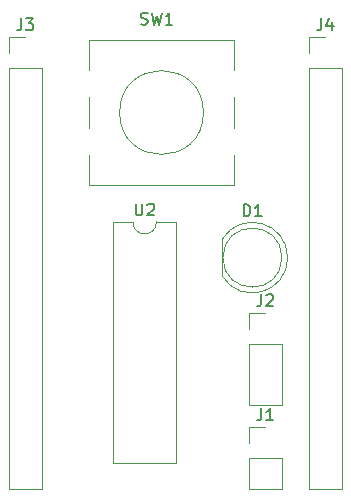
<source format=gbr>
%TF.GenerationSoftware,KiCad,Pcbnew,9.0.3*%
%TF.CreationDate,2025-08-23T20:31:56+05:30*%
%TF.ProjectId,Design1,44657369-676e-4312-9e6b-696361645f70,rev?*%
%TF.SameCoordinates,Original*%
%TF.FileFunction,Legend,Top*%
%TF.FilePolarity,Positive*%
%FSLAX46Y46*%
G04 Gerber Fmt 4.6, Leading zero omitted, Abs format (unit mm)*
G04 Created by KiCad (PCBNEW 9.0.3) date 2025-08-23 20:31:56*
%MOMM*%
%LPD*%
G01*
G04 APERTURE LIST*
%ADD10C,0.150000*%
%ADD11C,0.120000*%
G04 APERTURE END LIST*
D10*
X131746666Y-58034819D02*
X131746666Y-58749104D01*
X131746666Y-58749104D02*
X131699047Y-58891961D01*
X131699047Y-58891961D02*
X131603809Y-58987200D01*
X131603809Y-58987200D02*
X131460952Y-59034819D01*
X131460952Y-59034819D02*
X131365714Y-59034819D01*
X132127619Y-58034819D02*
X132746666Y-58034819D01*
X132746666Y-58034819D02*
X132413333Y-58415771D01*
X132413333Y-58415771D02*
X132556190Y-58415771D01*
X132556190Y-58415771D02*
X132651428Y-58463390D01*
X132651428Y-58463390D02*
X132699047Y-58511009D01*
X132699047Y-58511009D02*
X132746666Y-58606247D01*
X132746666Y-58606247D02*
X132746666Y-58844342D01*
X132746666Y-58844342D02*
X132699047Y-58939580D01*
X132699047Y-58939580D02*
X132651428Y-58987200D01*
X132651428Y-58987200D02*
X132556190Y-59034819D01*
X132556190Y-59034819D02*
X132270476Y-59034819D01*
X132270476Y-59034819D02*
X132175238Y-58987200D01*
X132175238Y-58987200D02*
X132127619Y-58939580D01*
X157146666Y-58034819D02*
X157146666Y-58749104D01*
X157146666Y-58749104D02*
X157099047Y-58891961D01*
X157099047Y-58891961D02*
X157003809Y-58987200D01*
X157003809Y-58987200D02*
X156860952Y-59034819D01*
X156860952Y-59034819D02*
X156765714Y-59034819D01*
X158051428Y-58368152D02*
X158051428Y-59034819D01*
X157813333Y-57987200D02*
X157575238Y-58701485D01*
X157575238Y-58701485D02*
X158194285Y-58701485D01*
X141856667Y-58497200D02*
X141999524Y-58544819D01*
X141999524Y-58544819D02*
X142237619Y-58544819D01*
X142237619Y-58544819D02*
X142332857Y-58497200D01*
X142332857Y-58497200D02*
X142380476Y-58449580D01*
X142380476Y-58449580D02*
X142428095Y-58354342D01*
X142428095Y-58354342D02*
X142428095Y-58259104D01*
X142428095Y-58259104D02*
X142380476Y-58163866D01*
X142380476Y-58163866D02*
X142332857Y-58116247D01*
X142332857Y-58116247D02*
X142237619Y-58068628D01*
X142237619Y-58068628D02*
X142047143Y-58021009D01*
X142047143Y-58021009D02*
X141951905Y-57973390D01*
X141951905Y-57973390D02*
X141904286Y-57925771D01*
X141904286Y-57925771D02*
X141856667Y-57830533D01*
X141856667Y-57830533D02*
X141856667Y-57735295D01*
X141856667Y-57735295D02*
X141904286Y-57640057D01*
X141904286Y-57640057D02*
X141951905Y-57592438D01*
X141951905Y-57592438D02*
X142047143Y-57544819D01*
X142047143Y-57544819D02*
X142285238Y-57544819D01*
X142285238Y-57544819D02*
X142428095Y-57592438D01*
X142761429Y-57544819D02*
X142999524Y-58544819D01*
X142999524Y-58544819D02*
X143190000Y-57830533D01*
X143190000Y-57830533D02*
X143380476Y-58544819D01*
X143380476Y-58544819D02*
X143618572Y-57544819D01*
X144523333Y-58544819D02*
X143951905Y-58544819D01*
X144237619Y-58544819D02*
X144237619Y-57544819D01*
X144237619Y-57544819D02*
X144142381Y-57687676D01*
X144142381Y-57687676D02*
X144047143Y-57782914D01*
X144047143Y-57782914D02*
X143951905Y-57830533D01*
X152066666Y-81384819D02*
X152066666Y-82099104D01*
X152066666Y-82099104D02*
X152019047Y-82241961D01*
X152019047Y-82241961D02*
X151923809Y-82337200D01*
X151923809Y-82337200D02*
X151780952Y-82384819D01*
X151780952Y-82384819D02*
X151685714Y-82384819D01*
X152495238Y-81480057D02*
X152542857Y-81432438D01*
X152542857Y-81432438D02*
X152638095Y-81384819D01*
X152638095Y-81384819D02*
X152876190Y-81384819D01*
X152876190Y-81384819D02*
X152971428Y-81432438D01*
X152971428Y-81432438D02*
X153019047Y-81480057D01*
X153019047Y-81480057D02*
X153066666Y-81575295D01*
X153066666Y-81575295D02*
X153066666Y-81670533D01*
X153066666Y-81670533D02*
X153019047Y-81813390D01*
X153019047Y-81813390D02*
X152447619Y-82384819D01*
X152447619Y-82384819D02*
X153066666Y-82384819D01*
X152066666Y-91054819D02*
X152066666Y-91769104D01*
X152066666Y-91769104D02*
X152019047Y-91911961D01*
X152019047Y-91911961D02*
X151923809Y-92007200D01*
X151923809Y-92007200D02*
X151780952Y-92054819D01*
X151780952Y-92054819D02*
X151685714Y-92054819D01*
X153066666Y-92054819D02*
X152495238Y-92054819D01*
X152780952Y-92054819D02*
X152780952Y-91054819D01*
X152780952Y-91054819D02*
X152685714Y-91197676D01*
X152685714Y-91197676D02*
X152590476Y-91292914D01*
X152590476Y-91292914D02*
X152495238Y-91340533D01*
X141418095Y-73714819D02*
X141418095Y-74524342D01*
X141418095Y-74524342D02*
X141465714Y-74619580D01*
X141465714Y-74619580D02*
X141513333Y-74667200D01*
X141513333Y-74667200D02*
X141608571Y-74714819D01*
X141608571Y-74714819D02*
X141799047Y-74714819D01*
X141799047Y-74714819D02*
X141894285Y-74667200D01*
X141894285Y-74667200D02*
X141941904Y-74619580D01*
X141941904Y-74619580D02*
X141989523Y-74524342D01*
X141989523Y-74524342D02*
X141989523Y-73714819D01*
X142418095Y-73810057D02*
X142465714Y-73762438D01*
X142465714Y-73762438D02*
X142560952Y-73714819D01*
X142560952Y-73714819D02*
X142799047Y-73714819D01*
X142799047Y-73714819D02*
X142894285Y-73762438D01*
X142894285Y-73762438D02*
X142941904Y-73810057D01*
X142941904Y-73810057D02*
X142989523Y-73905295D01*
X142989523Y-73905295D02*
X142989523Y-74000533D01*
X142989523Y-74000533D02*
X142941904Y-74143390D01*
X142941904Y-74143390D02*
X142370476Y-74714819D01*
X142370476Y-74714819D02*
X142989523Y-74714819D01*
X150561905Y-74774819D02*
X150561905Y-73774819D01*
X150561905Y-73774819D02*
X150800000Y-73774819D01*
X150800000Y-73774819D02*
X150942857Y-73822438D01*
X150942857Y-73822438D02*
X151038095Y-73917676D01*
X151038095Y-73917676D02*
X151085714Y-74012914D01*
X151085714Y-74012914D02*
X151133333Y-74203390D01*
X151133333Y-74203390D02*
X151133333Y-74346247D01*
X151133333Y-74346247D02*
X151085714Y-74536723D01*
X151085714Y-74536723D02*
X151038095Y-74631961D01*
X151038095Y-74631961D02*
X150942857Y-74727200D01*
X150942857Y-74727200D02*
X150800000Y-74774819D01*
X150800000Y-74774819D02*
X150561905Y-74774819D01*
X152085714Y-74774819D02*
X151514286Y-74774819D01*
X151800000Y-74774819D02*
X151800000Y-73774819D01*
X151800000Y-73774819D02*
X151704762Y-73917676D01*
X151704762Y-73917676D02*
X151609524Y-74012914D01*
X151609524Y-74012914D02*
X151514286Y-74060533D01*
D11*
%TO.C,J3*%
X130700000Y-59580000D02*
X132080000Y-59580000D01*
X130700000Y-60960000D02*
X130700000Y-59580000D01*
X130700000Y-62230000D02*
X130700000Y-97900000D01*
X130700000Y-62230000D02*
X133460000Y-62230000D01*
X130700000Y-97900000D02*
X133460000Y-97900000D01*
X133460000Y-62230000D02*
X133460000Y-97900000D01*
%TO.C,J4*%
X158860000Y-62230000D02*
X158860000Y-97900000D01*
X156100000Y-97900000D02*
X158860000Y-97900000D01*
X156100000Y-62230000D02*
X158860000Y-62230000D01*
X156100000Y-62230000D02*
X156100000Y-97900000D01*
X156100000Y-60960000D02*
X156100000Y-59580000D01*
X156100000Y-59580000D02*
X157480000Y-59580000D01*
%TO.C,SW1*%
X147160000Y-66000000D02*
G75*
G02*
X140060000Y-66000000I-3550000J0D01*
G01*
X140060000Y-66000000D02*
G75*
G02*
X147160000Y-66000000I3550000J0D01*
G01*
X149720000Y-72110000D02*
X137500000Y-72110000D01*
X149720000Y-69600000D02*
X149720000Y-72110000D01*
X149720000Y-64700000D02*
X149720000Y-67300000D01*
X149720000Y-59890000D02*
X149720000Y-62400000D01*
X137500000Y-69600000D02*
X137500000Y-72110000D01*
X137500000Y-64700000D02*
X137500000Y-67300000D01*
X137500000Y-59890000D02*
X149720000Y-59890000D01*
X137500000Y-59890000D02*
X137500000Y-62400000D01*
%TO.C,J2*%
X151020000Y-82930000D02*
X152400000Y-82930000D01*
X151020000Y-84310000D02*
X151020000Y-82930000D01*
X151020000Y-85580000D02*
X151020000Y-90770000D01*
X151020000Y-85580000D02*
X153780000Y-85580000D01*
X151020000Y-90770000D02*
X153780000Y-90770000D01*
X153780000Y-85580000D02*
X153780000Y-90770000D01*
%TO.C,J1*%
X151020000Y-92600000D02*
X152400000Y-92600000D01*
X151020000Y-93980000D02*
X151020000Y-92600000D01*
X151020000Y-95250000D02*
X151020000Y-97900000D01*
X151020000Y-95250000D02*
X153780000Y-95250000D01*
X151020000Y-97900000D02*
X153780000Y-97900000D01*
X153780000Y-95250000D02*
X153780000Y-97900000D01*
%TO.C,U2*%
X143180000Y-75260000D02*
G75*
G02*
X141180000Y-75260000I-1000000J0D01*
G01*
X144830000Y-95700000D02*
X144830000Y-75260000D01*
X144830000Y-75260000D02*
X143180000Y-75260000D01*
X141180000Y-75260000D02*
X139530000Y-75260000D01*
X139530000Y-95700000D02*
X144830000Y-95700000D01*
X139530000Y-75260000D02*
X139530000Y-95700000D01*
%TO.C,D1*%
X153800000Y-78280000D02*
G75*
G02*
X148800000Y-78280000I-2500000J0D01*
G01*
X148800000Y-78280000D02*
G75*
G02*
X153800000Y-78280000I2500000J0D01*
G01*
X154290000Y-78280000D02*
G75*
G02*
X148740000Y-79824830I-2990000J0D01*
G01*
X148740000Y-76735170D02*
G75*
G02*
X154290000Y-78280000I2560000J-1544830D01*
G01*
X148740000Y-76735000D02*
X148740000Y-79825000D01*
%TD*%
%LPC*%
G36*
X132326742Y-95706601D02*
G01*
X132480687Y-95770367D01*
X132619234Y-95862941D01*
X132737059Y-95980766D01*
X132829633Y-96119313D01*
X132893399Y-96273258D01*
X132925907Y-96436685D01*
X132925907Y-96603315D01*
X132893399Y-96766742D01*
X132829633Y-96920687D01*
X132737059Y-97059234D01*
X132619234Y-97177059D01*
X132480687Y-97269633D01*
X132326742Y-97333399D01*
X132163315Y-97365907D01*
X131996685Y-97365907D01*
X131833258Y-97333399D01*
X131679313Y-97269633D01*
X131540766Y-97177059D01*
X131422941Y-97059234D01*
X131330367Y-96920687D01*
X131266601Y-96766742D01*
X131234093Y-96603315D01*
X131234093Y-96436685D01*
X131266601Y-96273258D01*
X131330367Y-96119313D01*
X131422941Y-95980766D01*
X131540766Y-95862941D01*
X131679313Y-95770367D01*
X131833258Y-95706601D01*
X131996685Y-95674093D01*
X132163315Y-95674093D01*
X132326742Y-95706601D01*
G37*
G36*
X152646742Y-95706601D02*
G01*
X152800687Y-95770367D01*
X152939234Y-95862941D01*
X153057059Y-95980766D01*
X153149633Y-96119313D01*
X153213399Y-96273258D01*
X153245907Y-96436685D01*
X153245907Y-96603315D01*
X153213399Y-96766742D01*
X153149633Y-96920687D01*
X153057059Y-97059234D01*
X152939234Y-97177059D01*
X152800687Y-97269633D01*
X152646742Y-97333399D01*
X152483315Y-97365907D01*
X152316685Y-97365907D01*
X152153258Y-97333399D01*
X151999313Y-97269633D01*
X151860766Y-97177059D01*
X151742941Y-97059234D01*
X151650367Y-96920687D01*
X151586601Y-96766742D01*
X151554093Y-96603315D01*
X151554093Y-96436685D01*
X151586601Y-96273258D01*
X151650367Y-96119313D01*
X151742941Y-95980766D01*
X151860766Y-95862941D01*
X151999313Y-95770367D01*
X152153258Y-95706601D01*
X152316685Y-95674093D01*
X152483315Y-95674093D01*
X152646742Y-95706601D01*
G37*
G36*
X157726742Y-95706601D02*
G01*
X157880687Y-95770367D01*
X158019234Y-95862941D01*
X158137059Y-95980766D01*
X158229633Y-96119313D01*
X158293399Y-96273258D01*
X158325907Y-96436685D01*
X158325907Y-96603315D01*
X158293399Y-96766742D01*
X158229633Y-96920687D01*
X158137059Y-97059234D01*
X158019234Y-97177059D01*
X157880687Y-97269633D01*
X157726742Y-97333399D01*
X157563315Y-97365907D01*
X157396685Y-97365907D01*
X157233258Y-97333399D01*
X157079313Y-97269633D01*
X156940766Y-97177059D01*
X156822941Y-97059234D01*
X156730367Y-96920687D01*
X156666601Y-96766742D01*
X156634093Y-96603315D01*
X156634093Y-96436685D01*
X156666601Y-96273258D01*
X156730367Y-96119313D01*
X156822941Y-95980766D01*
X156940766Y-95862941D01*
X157079313Y-95770367D01*
X157233258Y-95706601D01*
X157396685Y-95674093D01*
X157563315Y-95674093D01*
X157726742Y-95706601D01*
G37*
G36*
X138602228Y-93604448D02*
G01*
X138747117Y-93664463D01*
X138877515Y-93751592D01*
X138988408Y-93862485D01*
X139075537Y-93992883D01*
X139135552Y-94137772D01*
X139166148Y-94291586D01*
X139166148Y-94448414D01*
X139135552Y-94602228D01*
X139075537Y-94747117D01*
X138988408Y-94877515D01*
X138877515Y-94988408D01*
X138747117Y-95075537D01*
X138602228Y-95135552D01*
X138448414Y-95166148D01*
X138291586Y-95166148D01*
X138137772Y-95135552D01*
X137992883Y-95075537D01*
X137862485Y-94988408D01*
X137751592Y-94877515D01*
X137664463Y-94747117D01*
X137604448Y-94602228D01*
X137573852Y-94448414D01*
X137573852Y-94291586D01*
X137604448Y-94137772D01*
X137664463Y-93992883D01*
X137751592Y-93862485D01*
X137862485Y-93751592D01*
X137992883Y-93664463D01*
X138137772Y-93604448D01*
X138291586Y-93573852D01*
X138448414Y-93573852D01*
X138602228Y-93604448D01*
G37*
G36*
X146222228Y-93604448D02*
G01*
X146367117Y-93664463D01*
X146497515Y-93751592D01*
X146608408Y-93862485D01*
X146695537Y-93992883D01*
X146755552Y-94137772D01*
X146786148Y-94291586D01*
X146786148Y-94448414D01*
X146755552Y-94602228D01*
X146695537Y-94747117D01*
X146608408Y-94877515D01*
X146497515Y-94988408D01*
X146367117Y-95075537D01*
X146222228Y-95135552D01*
X146068414Y-95166148D01*
X145911586Y-95166148D01*
X145757772Y-95135552D01*
X145612883Y-95075537D01*
X145482485Y-94988408D01*
X145371592Y-94877515D01*
X145284463Y-94747117D01*
X145224448Y-94602228D01*
X145193852Y-94448414D01*
X145193852Y-94291586D01*
X145224448Y-94137772D01*
X145284463Y-93992883D01*
X145371592Y-93862485D01*
X145482485Y-93751592D01*
X145612883Y-93664463D01*
X145757772Y-93604448D01*
X145911586Y-93573852D01*
X146068414Y-93573852D01*
X146222228Y-93604448D01*
G37*
G36*
X153250000Y-94830000D02*
G01*
X151550000Y-94830000D01*
X151550000Y-93130000D01*
X153250000Y-93130000D01*
X153250000Y-94830000D01*
G37*
G36*
X132326742Y-93166601D02*
G01*
X132480687Y-93230367D01*
X132619234Y-93322941D01*
X132737059Y-93440766D01*
X132829633Y-93579313D01*
X132893399Y-93733258D01*
X132925907Y-93896685D01*
X132925907Y-94063315D01*
X132893399Y-94226742D01*
X132829633Y-94380687D01*
X132737059Y-94519234D01*
X132619234Y-94637059D01*
X132480687Y-94729633D01*
X132326742Y-94793399D01*
X132163315Y-94825907D01*
X131996685Y-94825907D01*
X131833258Y-94793399D01*
X131679313Y-94729633D01*
X131540766Y-94637059D01*
X131422941Y-94519234D01*
X131330367Y-94380687D01*
X131266601Y-94226742D01*
X131234093Y-94063315D01*
X131234093Y-93896685D01*
X131266601Y-93733258D01*
X131330367Y-93579313D01*
X131422941Y-93440766D01*
X131540766Y-93322941D01*
X131679313Y-93230367D01*
X131833258Y-93166601D01*
X131996685Y-93134093D01*
X132163315Y-93134093D01*
X132326742Y-93166601D01*
G37*
G36*
X157726742Y-93166601D02*
G01*
X157880687Y-93230367D01*
X158019234Y-93322941D01*
X158137059Y-93440766D01*
X158229633Y-93579313D01*
X158293399Y-93733258D01*
X158325907Y-93896685D01*
X158325907Y-94063315D01*
X158293399Y-94226742D01*
X158229633Y-94380687D01*
X158137059Y-94519234D01*
X158019234Y-94637059D01*
X157880687Y-94729633D01*
X157726742Y-94793399D01*
X157563315Y-94825907D01*
X157396685Y-94825907D01*
X157233258Y-94793399D01*
X157079313Y-94729633D01*
X156940766Y-94637059D01*
X156822941Y-94519234D01*
X156730367Y-94380687D01*
X156666601Y-94226742D01*
X156634093Y-94063315D01*
X156634093Y-93896685D01*
X156666601Y-93733258D01*
X156730367Y-93579313D01*
X156822941Y-93440766D01*
X156940766Y-93322941D01*
X157079313Y-93230367D01*
X157233258Y-93166601D01*
X157396685Y-93134093D01*
X157563315Y-93134093D01*
X157726742Y-93166601D01*
G37*
G36*
X138602228Y-91064448D02*
G01*
X138747117Y-91124463D01*
X138877515Y-91211592D01*
X138988408Y-91322485D01*
X139075537Y-91452883D01*
X139135552Y-91597772D01*
X139166148Y-91751586D01*
X139166148Y-91908414D01*
X139135552Y-92062228D01*
X139075537Y-92207117D01*
X138988408Y-92337515D01*
X138877515Y-92448408D01*
X138747117Y-92535537D01*
X138602228Y-92595552D01*
X138448414Y-92626148D01*
X138291586Y-92626148D01*
X138137772Y-92595552D01*
X137992883Y-92535537D01*
X137862485Y-92448408D01*
X137751592Y-92337515D01*
X137664463Y-92207117D01*
X137604448Y-92062228D01*
X137573852Y-91908414D01*
X137573852Y-91751586D01*
X137604448Y-91597772D01*
X137664463Y-91452883D01*
X137751592Y-91322485D01*
X137862485Y-91211592D01*
X137992883Y-91124463D01*
X138137772Y-91064448D01*
X138291586Y-91033852D01*
X138448414Y-91033852D01*
X138602228Y-91064448D01*
G37*
G36*
X146222228Y-91064448D02*
G01*
X146367117Y-91124463D01*
X146497515Y-91211592D01*
X146608408Y-91322485D01*
X146695537Y-91452883D01*
X146755552Y-91597772D01*
X146786148Y-91751586D01*
X146786148Y-91908414D01*
X146755552Y-92062228D01*
X146695537Y-92207117D01*
X146608408Y-92337515D01*
X146497515Y-92448408D01*
X146367117Y-92535537D01*
X146222228Y-92595552D01*
X146068414Y-92626148D01*
X145911586Y-92626148D01*
X145757772Y-92595552D01*
X145612883Y-92535537D01*
X145482485Y-92448408D01*
X145371592Y-92337515D01*
X145284463Y-92207117D01*
X145224448Y-92062228D01*
X145193852Y-91908414D01*
X145193852Y-91751586D01*
X145224448Y-91597772D01*
X145284463Y-91452883D01*
X145371592Y-91322485D01*
X145482485Y-91211592D01*
X145612883Y-91124463D01*
X145757772Y-91064448D01*
X145911586Y-91033852D01*
X146068414Y-91033852D01*
X146222228Y-91064448D01*
G37*
G36*
X132326742Y-90626601D02*
G01*
X132480687Y-90690367D01*
X132619234Y-90782941D01*
X132737059Y-90900766D01*
X132829633Y-91039313D01*
X132893399Y-91193258D01*
X132925907Y-91356685D01*
X132925907Y-91523315D01*
X132893399Y-91686742D01*
X132829633Y-91840687D01*
X132737059Y-91979234D01*
X132619234Y-92097059D01*
X132480687Y-92189633D01*
X132326742Y-92253399D01*
X132163315Y-92285907D01*
X131996685Y-92285907D01*
X131833258Y-92253399D01*
X131679313Y-92189633D01*
X131540766Y-92097059D01*
X131422941Y-91979234D01*
X131330367Y-91840687D01*
X131266601Y-91686742D01*
X131234093Y-91523315D01*
X131234093Y-91356685D01*
X131266601Y-91193258D01*
X131330367Y-91039313D01*
X131422941Y-90900766D01*
X131540766Y-90782941D01*
X131679313Y-90690367D01*
X131833258Y-90626601D01*
X131996685Y-90594093D01*
X132163315Y-90594093D01*
X132326742Y-90626601D01*
G37*
G36*
X157726742Y-90626601D02*
G01*
X157880687Y-90690367D01*
X158019234Y-90782941D01*
X158137059Y-90900766D01*
X158229633Y-91039313D01*
X158293399Y-91193258D01*
X158325907Y-91356685D01*
X158325907Y-91523315D01*
X158293399Y-91686742D01*
X158229633Y-91840687D01*
X158137059Y-91979234D01*
X158019234Y-92097059D01*
X157880687Y-92189633D01*
X157726742Y-92253399D01*
X157563315Y-92285907D01*
X157396685Y-92285907D01*
X157233258Y-92253399D01*
X157079313Y-92189633D01*
X156940766Y-92097059D01*
X156822941Y-91979234D01*
X156730367Y-91840687D01*
X156666601Y-91686742D01*
X156634093Y-91523315D01*
X156634093Y-91356685D01*
X156666601Y-91193258D01*
X156730367Y-91039313D01*
X156822941Y-90900766D01*
X156940766Y-90782941D01*
X157079313Y-90690367D01*
X157233258Y-90626601D01*
X157396685Y-90594093D01*
X157563315Y-90594093D01*
X157726742Y-90626601D01*
G37*
G36*
X152646742Y-88576601D02*
G01*
X152800687Y-88640367D01*
X152939234Y-88732941D01*
X153057059Y-88850766D01*
X153149633Y-88989313D01*
X153213399Y-89143258D01*
X153245907Y-89306685D01*
X153245907Y-89473315D01*
X153213399Y-89636742D01*
X153149633Y-89790687D01*
X153057059Y-89929234D01*
X152939234Y-90047059D01*
X152800687Y-90139633D01*
X152646742Y-90203399D01*
X152483315Y-90235907D01*
X152316685Y-90235907D01*
X152153258Y-90203399D01*
X151999313Y-90139633D01*
X151860766Y-90047059D01*
X151742941Y-89929234D01*
X151650367Y-89790687D01*
X151586601Y-89636742D01*
X151554093Y-89473315D01*
X151554093Y-89306685D01*
X151586601Y-89143258D01*
X151650367Y-88989313D01*
X151742941Y-88850766D01*
X151860766Y-88732941D01*
X151999313Y-88640367D01*
X152153258Y-88576601D01*
X152316685Y-88544093D01*
X152483315Y-88544093D01*
X152646742Y-88576601D01*
G37*
G36*
X138602228Y-88524448D02*
G01*
X138747117Y-88584463D01*
X138877515Y-88671592D01*
X138988408Y-88782485D01*
X139075537Y-88912883D01*
X139135552Y-89057772D01*
X139166148Y-89211586D01*
X139166148Y-89368414D01*
X139135552Y-89522228D01*
X139075537Y-89667117D01*
X138988408Y-89797515D01*
X138877515Y-89908408D01*
X138747117Y-89995537D01*
X138602228Y-90055552D01*
X138448414Y-90086148D01*
X138291586Y-90086148D01*
X138137772Y-90055552D01*
X137992883Y-89995537D01*
X137862485Y-89908408D01*
X137751592Y-89797515D01*
X137664463Y-89667117D01*
X137604448Y-89522228D01*
X137573852Y-89368414D01*
X137573852Y-89211586D01*
X137604448Y-89057772D01*
X137664463Y-88912883D01*
X137751592Y-88782485D01*
X137862485Y-88671592D01*
X137992883Y-88584463D01*
X138137772Y-88524448D01*
X138291586Y-88493852D01*
X138448414Y-88493852D01*
X138602228Y-88524448D01*
G37*
G36*
X146222228Y-88524448D02*
G01*
X146367117Y-88584463D01*
X146497515Y-88671592D01*
X146608408Y-88782485D01*
X146695537Y-88912883D01*
X146755552Y-89057772D01*
X146786148Y-89211586D01*
X146786148Y-89368414D01*
X146755552Y-89522228D01*
X146695537Y-89667117D01*
X146608408Y-89797515D01*
X146497515Y-89908408D01*
X146367117Y-89995537D01*
X146222228Y-90055552D01*
X146068414Y-90086148D01*
X145911586Y-90086148D01*
X145757772Y-90055552D01*
X145612883Y-89995537D01*
X145482485Y-89908408D01*
X145371592Y-89797515D01*
X145284463Y-89667117D01*
X145224448Y-89522228D01*
X145193852Y-89368414D01*
X145193852Y-89211586D01*
X145224448Y-89057772D01*
X145284463Y-88912883D01*
X145371592Y-88782485D01*
X145482485Y-88671592D01*
X145612883Y-88584463D01*
X145757772Y-88524448D01*
X145911586Y-88493852D01*
X146068414Y-88493852D01*
X146222228Y-88524448D01*
G37*
G36*
X132326742Y-88086601D02*
G01*
X132480687Y-88150367D01*
X132619234Y-88242941D01*
X132737059Y-88360766D01*
X132829633Y-88499313D01*
X132893399Y-88653258D01*
X132925907Y-88816685D01*
X132925907Y-88983315D01*
X132893399Y-89146742D01*
X132829633Y-89300687D01*
X132737059Y-89439234D01*
X132619234Y-89557059D01*
X132480687Y-89649633D01*
X132326742Y-89713399D01*
X132163315Y-89745907D01*
X131996685Y-89745907D01*
X131833258Y-89713399D01*
X131679313Y-89649633D01*
X131540766Y-89557059D01*
X131422941Y-89439234D01*
X131330367Y-89300687D01*
X131266601Y-89146742D01*
X131234093Y-88983315D01*
X131234093Y-88816685D01*
X131266601Y-88653258D01*
X131330367Y-88499313D01*
X131422941Y-88360766D01*
X131540766Y-88242941D01*
X131679313Y-88150367D01*
X131833258Y-88086601D01*
X131996685Y-88054093D01*
X132163315Y-88054093D01*
X132326742Y-88086601D01*
G37*
G36*
X157726742Y-88086601D02*
G01*
X157880687Y-88150367D01*
X158019234Y-88242941D01*
X158137059Y-88360766D01*
X158229633Y-88499313D01*
X158293399Y-88653258D01*
X158325907Y-88816685D01*
X158325907Y-88983315D01*
X158293399Y-89146742D01*
X158229633Y-89300687D01*
X158137059Y-89439234D01*
X158019234Y-89557059D01*
X157880687Y-89649633D01*
X157726742Y-89713399D01*
X157563315Y-89745907D01*
X157396685Y-89745907D01*
X157233258Y-89713399D01*
X157079313Y-89649633D01*
X156940766Y-89557059D01*
X156822941Y-89439234D01*
X156730367Y-89300687D01*
X156666601Y-89146742D01*
X156634093Y-88983315D01*
X156634093Y-88816685D01*
X156666601Y-88653258D01*
X156730367Y-88499313D01*
X156822941Y-88360766D01*
X156940766Y-88242941D01*
X157079313Y-88150367D01*
X157233258Y-88086601D01*
X157396685Y-88054093D01*
X157563315Y-88054093D01*
X157726742Y-88086601D01*
G37*
G36*
X152646742Y-86036601D02*
G01*
X152800687Y-86100367D01*
X152939234Y-86192941D01*
X153057059Y-86310766D01*
X153149633Y-86449313D01*
X153213399Y-86603258D01*
X153245907Y-86766685D01*
X153245907Y-86933315D01*
X153213399Y-87096742D01*
X153149633Y-87250687D01*
X153057059Y-87389234D01*
X152939234Y-87507059D01*
X152800687Y-87599633D01*
X152646742Y-87663399D01*
X152483315Y-87695907D01*
X152316685Y-87695907D01*
X152153258Y-87663399D01*
X151999313Y-87599633D01*
X151860766Y-87507059D01*
X151742941Y-87389234D01*
X151650367Y-87250687D01*
X151586601Y-87096742D01*
X151554093Y-86933315D01*
X151554093Y-86766685D01*
X151586601Y-86603258D01*
X151650367Y-86449313D01*
X151742941Y-86310766D01*
X151860766Y-86192941D01*
X151999313Y-86100367D01*
X152153258Y-86036601D01*
X152316685Y-86004093D01*
X152483315Y-86004093D01*
X152646742Y-86036601D01*
G37*
G36*
X138602228Y-85984448D02*
G01*
X138747117Y-86044463D01*
X138877515Y-86131592D01*
X138988408Y-86242485D01*
X139075537Y-86372883D01*
X139135552Y-86517772D01*
X139166148Y-86671586D01*
X139166148Y-86828414D01*
X139135552Y-86982228D01*
X139075537Y-87127117D01*
X138988408Y-87257515D01*
X138877515Y-87368408D01*
X138747117Y-87455537D01*
X138602228Y-87515552D01*
X138448414Y-87546148D01*
X138291586Y-87546148D01*
X138137772Y-87515552D01*
X137992883Y-87455537D01*
X137862485Y-87368408D01*
X137751592Y-87257515D01*
X137664463Y-87127117D01*
X137604448Y-86982228D01*
X137573852Y-86828414D01*
X137573852Y-86671586D01*
X137604448Y-86517772D01*
X137664463Y-86372883D01*
X137751592Y-86242485D01*
X137862485Y-86131592D01*
X137992883Y-86044463D01*
X138137772Y-85984448D01*
X138291586Y-85953852D01*
X138448414Y-85953852D01*
X138602228Y-85984448D01*
G37*
G36*
X146222228Y-85984448D02*
G01*
X146367117Y-86044463D01*
X146497515Y-86131592D01*
X146608408Y-86242485D01*
X146695537Y-86372883D01*
X146755552Y-86517772D01*
X146786148Y-86671586D01*
X146786148Y-86828414D01*
X146755552Y-86982228D01*
X146695537Y-87127117D01*
X146608408Y-87257515D01*
X146497515Y-87368408D01*
X146367117Y-87455537D01*
X146222228Y-87515552D01*
X146068414Y-87546148D01*
X145911586Y-87546148D01*
X145757772Y-87515552D01*
X145612883Y-87455537D01*
X145482485Y-87368408D01*
X145371592Y-87257515D01*
X145284463Y-87127117D01*
X145224448Y-86982228D01*
X145193852Y-86828414D01*
X145193852Y-86671586D01*
X145224448Y-86517772D01*
X145284463Y-86372883D01*
X145371592Y-86242485D01*
X145482485Y-86131592D01*
X145612883Y-86044463D01*
X145757772Y-85984448D01*
X145911586Y-85953852D01*
X146068414Y-85953852D01*
X146222228Y-85984448D01*
G37*
G36*
X132326742Y-85546601D02*
G01*
X132480687Y-85610367D01*
X132619234Y-85702941D01*
X132737059Y-85820766D01*
X132829633Y-85959313D01*
X132893399Y-86113258D01*
X132925907Y-86276685D01*
X132925907Y-86443315D01*
X132893399Y-86606742D01*
X132829633Y-86760687D01*
X132737059Y-86899234D01*
X132619234Y-87017059D01*
X132480687Y-87109633D01*
X132326742Y-87173399D01*
X132163315Y-87205907D01*
X131996685Y-87205907D01*
X131833258Y-87173399D01*
X131679313Y-87109633D01*
X131540766Y-87017059D01*
X131422941Y-86899234D01*
X131330367Y-86760687D01*
X131266601Y-86606742D01*
X131234093Y-86443315D01*
X131234093Y-86276685D01*
X131266601Y-86113258D01*
X131330367Y-85959313D01*
X131422941Y-85820766D01*
X131540766Y-85702941D01*
X131679313Y-85610367D01*
X131833258Y-85546601D01*
X131996685Y-85514093D01*
X132163315Y-85514093D01*
X132326742Y-85546601D01*
G37*
G36*
X157726742Y-85546601D02*
G01*
X157880687Y-85610367D01*
X158019234Y-85702941D01*
X158137059Y-85820766D01*
X158229633Y-85959313D01*
X158293399Y-86113258D01*
X158325907Y-86276685D01*
X158325907Y-86443315D01*
X158293399Y-86606742D01*
X158229633Y-86760687D01*
X158137059Y-86899234D01*
X158019234Y-87017059D01*
X157880687Y-87109633D01*
X157726742Y-87173399D01*
X157563315Y-87205907D01*
X157396685Y-87205907D01*
X157233258Y-87173399D01*
X157079313Y-87109633D01*
X156940766Y-87017059D01*
X156822941Y-86899234D01*
X156730367Y-86760687D01*
X156666601Y-86606742D01*
X156634093Y-86443315D01*
X156634093Y-86276685D01*
X156666601Y-86113258D01*
X156730367Y-85959313D01*
X156822941Y-85820766D01*
X156940766Y-85702941D01*
X157079313Y-85610367D01*
X157233258Y-85546601D01*
X157396685Y-85514093D01*
X157563315Y-85514093D01*
X157726742Y-85546601D01*
G37*
G36*
X153250000Y-85160000D02*
G01*
X151550000Y-85160000D01*
X151550000Y-83460000D01*
X153250000Y-83460000D01*
X153250000Y-85160000D01*
G37*
G36*
X138602228Y-83444448D02*
G01*
X138747117Y-83504463D01*
X138877515Y-83591592D01*
X138988408Y-83702485D01*
X139075537Y-83832883D01*
X139135552Y-83977772D01*
X139166148Y-84131586D01*
X139166148Y-84288414D01*
X139135552Y-84442228D01*
X139075537Y-84587117D01*
X138988408Y-84717515D01*
X138877515Y-84828408D01*
X138747117Y-84915537D01*
X138602228Y-84975552D01*
X138448414Y-85006148D01*
X138291586Y-85006148D01*
X138137772Y-84975552D01*
X137992883Y-84915537D01*
X137862485Y-84828408D01*
X137751592Y-84717515D01*
X137664463Y-84587117D01*
X137604448Y-84442228D01*
X137573852Y-84288414D01*
X137573852Y-84131586D01*
X137604448Y-83977772D01*
X137664463Y-83832883D01*
X137751592Y-83702485D01*
X137862485Y-83591592D01*
X137992883Y-83504463D01*
X138137772Y-83444448D01*
X138291586Y-83413852D01*
X138448414Y-83413852D01*
X138602228Y-83444448D01*
G37*
G36*
X146222228Y-83444448D02*
G01*
X146367117Y-83504463D01*
X146497515Y-83591592D01*
X146608408Y-83702485D01*
X146695537Y-83832883D01*
X146755552Y-83977772D01*
X146786148Y-84131586D01*
X146786148Y-84288414D01*
X146755552Y-84442228D01*
X146695537Y-84587117D01*
X146608408Y-84717515D01*
X146497515Y-84828408D01*
X146367117Y-84915537D01*
X146222228Y-84975552D01*
X146068414Y-85006148D01*
X145911586Y-85006148D01*
X145757772Y-84975552D01*
X145612883Y-84915537D01*
X145482485Y-84828408D01*
X145371592Y-84717515D01*
X145284463Y-84587117D01*
X145224448Y-84442228D01*
X145193852Y-84288414D01*
X145193852Y-84131586D01*
X145224448Y-83977772D01*
X145284463Y-83832883D01*
X145371592Y-83702485D01*
X145482485Y-83591592D01*
X145612883Y-83504463D01*
X145757772Y-83444448D01*
X145911586Y-83413852D01*
X146068414Y-83413852D01*
X146222228Y-83444448D01*
G37*
G36*
X132326742Y-83006601D02*
G01*
X132480687Y-83070367D01*
X132619234Y-83162941D01*
X132737059Y-83280766D01*
X132829633Y-83419313D01*
X132893399Y-83573258D01*
X132925907Y-83736685D01*
X132925907Y-83903315D01*
X132893399Y-84066742D01*
X132829633Y-84220687D01*
X132737059Y-84359234D01*
X132619234Y-84477059D01*
X132480687Y-84569633D01*
X132326742Y-84633399D01*
X132163315Y-84665907D01*
X131996685Y-84665907D01*
X131833258Y-84633399D01*
X131679313Y-84569633D01*
X131540766Y-84477059D01*
X131422941Y-84359234D01*
X131330367Y-84220687D01*
X131266601Y-84066742D01*
X131234093Y-83903315D01*
X131234093Y-83736685D01*
X131266601Y-83573258D01*
X131330367Y-83419313D01*
X131422941Y-83280766D01*
X131540766Y-83162941D01*
X131679313Y-83070367D01*
X131833258Y-83006601D01*
X131996685Y-82974093D01*
X132163315Y-82974093D01*
X132326742Y-83006601D01*
G37*
G36*
X157726742Y-83006601D02*
G01*
X157880687Y-83070367D01*
X158019234Y-83162941D01*
X158137059Y-83280766D01*
X158229633Y-83419313D01*
X158293399Y-83573258D01*
X158325907Y-83736685D01*
X158325907Y-83903315D01*
X158293399Y-84066742D01*
X158229633Y-84220687D01*
X158137059Y-84359234D01*
X158019234Y-84477059D01*
X157880687Y-84569633D01*
X157726742Y-84633399D01*
X157563315Y-84665907D01*
X157396685Y-84665907D01*
X157233258Y-84633399D01*
X157079313Y-84569633D01*
X156940766Y-84477059D01*
X156822941Y-84359234D01*
X156730367Y-84220687D01*
X156666601Y-84066742D01*
X156634093Y-83903315D01*
X156634093Y-83736685D01*
X156666601Y-83573258D01*
X156730367Y-83419313D01*
X156822941Y-83280766D01*
X156940766Y-83162941D01*
X157079313Y-83070367D01*
X157233258Y-83006601D01*
X157396685Y-82974093D01*
X157563315Y-82974093D01*
X157726742Y-83006601D01*
G37*
G36*
X138602228Y-80904448D02*
G01*
X138747117Y-80964463D01*
X138877515Y-81051592D01*
X138988408Y-81162485D01*
X139075537Y-81292883D01*
X139135552Y-81437772D01*
X139166148Y-81591586D01*
X139166148Y-81748414D01*
X139135552Y-81902228D01*
X139075537Y-82047117D01*
X138988408Y-82177515D01*
X138877515Y-82288408D01*
X138747117Y-82375537D01*
X138602228Y-82435552D01*
X138448414Y-82466148D01*
X138291586Y-82466148D01*
X138137772Y-82435552D01*
X137992883Y-82375537D01*
X137862485Y-82288408D01*
X137751592Y-82177515D01*
X137664463Y-82047117D01*
X137604448Y-81902228D01*
X137573852Y-81748414D01*
X137573852Y-81591586D01*
X137604448Y-81437772D01*
X137664463Y-81292883D01*
X137751592Y-81162485D01*
X137862485Y-81051592D01*
X137992883Y-80964463D01*
X138137772Y-80904448D01*
X138291586Y-80873852D01*
X138448414Y-80873852D01*
X138602228Y-80904448D01*
G37*
G36*
X146222228Y-80904448D02*
G01*
X146367117Y-80964463D01*
X146497515Y-81051592D01*
X146608408Y-81162485D01*
X146695537Y-81292883D01*
X146755552Y-81437772D01*
X146786148Y-81591586D01*
X146786148Y-81748414D01*
X146755552Y-81902228D01*
X146695537Y-82047117D01*
X146608408Y-82177515D01*
X146497515Y-82288408D01*
X146367117Y-82375537D01*
X146222228Y-82435552D01*
X146068414Y-82466148D01*
X145911586Y-82466148D01*
X145757772Y-82435552D01*
X145612883Y-82375537D01*
X145482485Y-82288408D01*
X145371592Y-82177515D01*
X145284463Y-82047117D01*
X145224448Y-81902228D01*
X145193852Y-81748414D01*
X145193852Y-81591586D01*
X145224448Y-81437772D01*
X145284463Y-81292883D01*
X145371592Y-81162485D01*
X145482485Y-81051592D01*
X145612883Y-80964463D01*
X145757772Y-80904448D01*
X145911586Y-80873852D01*
X146068414Y-80873852D01*
X146222228Y-80904448D01*
G37*
G36*
X132326742Y-80466601D02*
G01*
X132480687Y-80530367D01*
X132619234Y-80622941D01*
X132737059Y-80740766D01*
X132829633Y-80879313D01*
X132893399Y-81033258D01*
X132925907Y-81196685D01*
X132925907Y-81363315D01*
X132893399Y-81526742D01*
X132829633Y-81680687D01*
X132737059Y-81819234D01*
X132619234Y-81937059D01*
X132480687Y-82029633D01*
X132326742Y-82093399D01*
X132163315Y-82125907D01*
X131996685Y-82125907D01*
X131833258Y-82093399D01*
X131679313Y-82029633D01*
X131540766Y-81937059D01*
X131422941Y-81819234D01*
X131330367Y-81680687D01*
X131266601Y-81526742D01*
X131234093Y-81363315D01*
X131234093Y-81196685D01*
X131266601Y-81033258D01*
X131330367Y-80879313D01*
X131422941Y-80740766D01*
X131540766Y-80622941D01*
X131679313Y-80530367D01*
X131833258Y-80466601D01*
X131996685Y-80434093D01*
X132163315Y-80434093D01*
X132326742Y-80466601D01*
G37*
G36*
X157726742Y-80466601D02*
G01*
X157880687Y-80530367D01*
X158019234Y-80622941D01*
X158137059Y-80740766D01*
X158229633Y-80879313D01*
X158293399Y-81033258D01*
X158325907Y-81196685D01*
X158325907Y-81363315D01*
X158293399Y-81526742D01*
X158229633Y-81680687D01*
X158137059Y-81819234D01*
X158019234Y-81937059D01*
X157880687Y-82029633D01*
X157726742Y-82093399D01*
X157563315Y-82125907D01*
X157396685Y-82125907D01*
X157233258Y-82093399D01*
X157079313Y-82029633D01*
X156940766Y-81937059D01*
X156822941Y-81819234D01*
X156730367Y-81680687D01*
X156666601Y-81526742D01*
X156634093Y-81363315D01*
X156634093Y-81196685D01*
X156666601Y-81033258D01*
X156730367Y-80879313D01*
X156822941Y-80740766D01*
X156940766Y-80622941D01*
X157079313Y-80530367D01*
X157233258Y-80466601D01*
X157396685Y-80434093D01*
X157563315Y-80434093D01*
X157726742Y-80466601D01*
G37*
G36*
X138602228Y-78364448D02*
G01*
X138747117Y-78424463D01*
X138877515Y-78511592D01*
X138988408Y-78622485D01*
X139075537Y-78752883D01*
X139135552Y-78897772D01*
X139166148Y-79051586D01*
X139166148Y-79208414D01*
X139135552Y-79362228D01*
X139075537Y-79507117D01*
X138988408Y-79637515D01*
X138877515Y-79748408D01*
X138747117Y-79835537D01*
X138602228Y-79895552D01*
X138448414Y-79926148D01*
X138291586Y-79926148D01*
X138137772Y-79895552D01*
X137992883Y-79835537D01*
X137862485Y-79748408D01*
X137751592Y-79637515D01*
X137664463Y-79507117D01*
X137604448Y-79362228D01*
X137573852Y-79208414D01*
X137573852Y-79051586D01*
X137604448Y-78897772D01*
X137664463Y-78752883D01*
X137751592Y-78622485D01*
X137862485Y-78511592D01*
X137992883Y-78424463D01*
X138137772Y-78364448D01*
X138291586Y-78333852D01*
X138448414Y-78333852D01*
X138602228Y-78364448D01*
G37*
G36*
X146222228Y-78364448D02*
G01*
X146367117Y-78424463D01*
X146497515Y-78511592D01*
X146608408Y-78622485D01*
X146695537Y-78752883D01*
X146755552Y-78897772D01*
X146786148Y-79051586D01*
X146786148Y-79208414D01*
X146755552Y-79362228D01*
X146695537Y-79507117D01*
X146608408Y-79637515D01*
X146497515Y-79748408D01*
X146367117Y-79835537D01*
X146222228Y-79895552D01*
X146068414Y-79926148D01*
X145911586Y-79926148D01*
X145757772Y-79895552D01*
X145612883Y-79835537D01*
X145482485Y-79748408D01*
X145371592Y-79637515D01*
X145284463Y-79507117D01*
X145224448Y-79362228D01*
X145193852Y-79208414D01*
X145193852Y-79051586D01*
X145224448Y-78897772D01*
X145284463Y-78752883D01*
X145371592Y-78622485D01*
X145482485Y-78511592D01*
X145612883Y-78424463D01*
X145757772Y-78364448D01*
X145911586Y-78333852D01*
X146068414Y-78333852D01*
X146222228Y-78364448D01*
G37*
G36*
X132326742Y-77926601D02*
G01*
X132480687Y-77990367D01*
X132619234Y-78082941D01*
X132737059Y-78200766D01*
X132829633Y-78339313D01*
X132893399Y-78493258D01*
X132925907Y-78656685D01*
X132925907Y-78823315D01*
X132893399Y-78986742D01*
X132829633Y-79140687D01*
X132737059Y-79279234D01*
X132619234Y-79397059D01*
X132480687Y-79489633D01*
X132326742Y-79553399D01*
X132163315Y-79585907D01*
X131996685Y-79585907D01*
X131833258Y-79553399D01*
X131679313Y-79489633D01*
X131540766Y-79397059D01*
X131422941Y-79279234D01*
X131330367Y-79140687D01*
X131266601Y-78986742D01*
X131234093Y-78823315D01*
X131234093Y-78656685D01*
X131266601Y-78493258D01*
X131330367Y-78339313D01*
X131422941Y-78200766D01*
X131540766Y-78082941D01*
X131679313Y-77990367D01*
X131833258Y-77926601D01*
X131996685Y-77894093D01*
X132163315Y-77894093D01*
X132326742Y-77926601D01*
G37*
G36*
X157726742Y-77926601D02*
G01*
X157880687Y-77990367D01*
X158019234Y-78082941D01*
X158137059Y-78200766D01*
X158229633Y-78339313D01*
X158293399Y-78493258D01*
X158325907Y-78656685D01*
X158325907Y-78823315D01*
X158293399Y-78986742D01*
X158229633Y-79140687D01*
X158137059Y-79279234D01*
X158019234Y-79397059D01*
X157880687Y-79489633D01*
X157726742Y-79553399D01*
X157563315Y-79585907D01*
X157396685Y-79585907D01*
X157233258Y-79553399D01*
X157079313Y-79489633D01*
X156940766Y-79397059D01*
X156822941Y-79279234D01*
X156730367Y-79140687D01*
X156666601Y-78986742D01*
X156634093Y-78823315D01*
X156634093Y-78656685D01*
X156666601Y-78493258D01*
X156730367Y-78339313D01*
X156822941Y-78200766D01*
X156940766Y-78082941D01*
X157079313Y-77990367D01*
X157233258Y-77926601D01*
X157396685Y-77894093D01*
X157563315Y-77894093D01*
X157726742Y-77926601D01*
G37*
G36*
X150930000Y-79180000D02*
G01*
X149130000Y-79180000D01*
X149130000Y-77380000D01*
X150930000Y-77380000D01*
X150930000Y-79180000D01*
G37*
G36*
X152831256Y-77418754D02*
G01*
X152994257Y-77486271D01*
X153140954Y-77584291D01*
X153265709Y-77709046D01*
X153363729Y-77855743D01*
X153431246Y-78018744D01*
X153465666Y-78191785D01*
X153465666Y-78368215D01*
X153431246Y-78541256D01*
X153363729Y-78704257D01*
X153265709Y-78850954D01*
X153140954Y-78975709D01*
X152994257Y-79073729D01*
X152831256Y-79141246D01*
X152658215Y-79175666D01*
X152481785Y-79175666D01*
X152308744Y-79141246D01*
X152145743Y-79073729D01*
X151999046Y-78975709D01*
X151874291Y-78850954D01*
X151776271Y-78704257D01*
X151708754Y-78541256D01*
X151674334Y-78368215D01*
X151674334Y-78191785D01*
X151708754Y-78018744D01*
X151776271Y-77855743D01*
X151874291Y-77709046D01*
X151999046Y-77584291D01*
X152145743Y-77486271D01*
X152308744Y-77418754D01*
X152481785Y-77384334D01*
X152658215Y-77384334D01*
X152831256Y-77418754D01*
G37*
G36*
X138924047Y-75790805D02*
G01*
X138975408Y-75796764D01*
X138992954Y-75804511D01*
X139015671Y-75809030D01*
X139039991Y-75825280D01*
X139060793Y-75834465D01*
X139075000Y-75848672D01*
X139096777Y-75863223D01*
X139111327Y-75884999D01*
X139125534Y-75899206D01*
X139134718Y-75920006D01*
X139150970Y-75944329D01*
X139155489Y-75967048D01*
X139163235Y-75984591D01*
X139169192Y-76035940D01*
X139170000Y-76040000D01*
X139170000Y-77140000D01*
X139169192Y-77144059D01*
X139163235Y-77195408D01*
X139155489Y-77212950D01*
X139150970Y-77235671D01*
X139134716Y-77259995D01*
X139125534Y-77280793D01*
X139111329Y-77294997D01*
X139096777Y-77316777D01*
X139074997Y-77331329D01*
X139060793Y-77345534D01*
X139039995Y-77354716D01*
X139015671Y-77370970D01*
X138992950Y-77375489D01*
X138975408Y-77383235D01*
X138924061Y-77389192D01*
X138920000Y-77390000D01*
X137820000Y-77390000D01*
X137815941Y-77389192D01*
X137764591Y-77383235D01*
X137747048Y-77375489D01*
X137724329Y-77370970D01*
X137700006Y-77354718D01*
X137679206Y-77345534D01*
X137664999Y-77331327D01*
X137643223Y-77316777D01*
X137628672Y-77295000D01*
X137614465Y-77280793D01*
X137605280Y-77259991D01*
X137589030Y-77235671D01*
X137584511Y-77212954D01*
X137576764Y-77195408D01*
X137570805Y-77144049D01*
X137570000Y-77140000D01*
X137570000Y-76040000D01*
X137570804Y-76035953D01*
X137576764Y-75984591D01*
X137584511Y-75967043D01*
X137589030Y-75944329D01*
X137605278Y-75920010D01*
X137614465Y-75899206D01*
X137628674Y-75884996D01*
X137643223Y-75863223D01*
X137664996Y-75848674D01*
X137679206Y-75834465D01*
X137700010Y-75825278D01*
X137724329Y-75809030D01*
X137747043Y-75804511D01*
X137764591Y-75796764D01*
X137815952Y-75790805D01*
X137820000Y-75790000D01*
X138920000Y-75790000D01*
X138924047Y-75790805D01*
G37*
G36*
X146222228Y-75824448D02*
G01*
X146367117Y-75884463D01*
X146497515Y-75971592D01*
X146608408Y-76082485D01*
X146695537Y-76212883D01*
X146755552Y-76357772D01*
X146786148Y-76511586D01*
X146786148Y-76668414D01*
X146755552Y-76822228D01*
X146695537Y-76967117D01*
X146608408Y-77097515D01*
X146497515Y-77208408D01*
X146367117Y-77295537D01*
X146222228Y-77355552D01*
X146068414Y-77386148D01*
X145911586Y-77386148D01*
X145757772Y-77355552D01*
X145612883Y-77295537D01*
X145482485Y-77208408D01*
X145371592Y-77097515D01*
X145284463Y-76967117D01*
X145224448Y-76822228D01*
X145193852Y-76668414D01*
X145193852Y-76511586D01*
X145224448Y-76357772D01*
X145284463Y-76212883D01*
X145371592Y-76082485D01*
X145482485Y-75971592D01*
X145612883Y-75884463D01*
X145757772Y-75824448D01*
X145911586Y-75793852D01*
X146068414Y-75793852D01*
X146222228Y-75824448D01*
G37*
G36*
X132326742Y-75386601D02*
G01*
X132480687Y-75450367D01*
X132619234Y-75542941D01*
X132737059Y-75660766D01*
X132829633Y-75799313D01*
X132893399Y-75953258D01*
X132925907Y-76116685D01*
X132925907Y-76283315D01*
X132893399Y-76446742D01*
X132829633Y-76600687D01*
X132737059Y-76739234D01*
X132619234Y-76857059D01*
X132480687Y-76949633D01*
X132326742Y-77013399D01*
X132163315Y-77045907D01*
X131996685Y-77045907D01*
X131833258Y-77013399D01*
X131679313Y-76949633D01*
X131540766Y-76857059D01*
X131422941Y-76739234D01*
X131330367Y-76600687D01*
X131266601Y-76446742D01*
X131234093Y-76283315D01*
X131234093Y-76116685D01*
X131266601Y-75953258D01*
X131330367Y-75799313D01*
X131422941Y-75660766D01*
X131540766Y-75542941D01*
X131679313Y-75450367D01*
X131833258Y-75386601D01*
X131996685Y-75354093D01*
X132163315Y-75354093D01*
X132326742Y-75386601D01*
G37*
G36*
X157726742Y-75386601D02*
G01*
X157880687Y-75450367D01*
X158019234Y-75542941D01*
X158137059Y-75660766D01*
X158229633Y-75799313D01*
X158293399Y-75953258D01*
X158325907Y-76116685D01*
X158325907Y-76283315D01*
X158293399Y-76446742D01*
X158229633Y-76600687D01*
X158137059Y-76739234D01*
X158019234Y-76857059D01*
X157880687Y-76949633D01*
X157726742Y-77013399D01*
X157563315Y-77045907D01*
X157396685Y-77045907D01*
X157233258Y-77013399D01*
X157079313Y-76949633D01*
X156940766Y-76857059D01*
X156822941Y-76739234D01*
X156730367Y-76600687D01*
X156666601Y-76446742D01*
X156634093Y-76283315D01*
X156634093Y-76116685D01*
X156666601Y-75953258D01*
X156730367Y-75799313D01*
X156822941Y-75660766D01*
X156940766Y-75542941D01*
X157079313Y-75450367D01*
X157233258Y-75386601D01*
X157396685Y-75354093D01*
X157563315Y-75354093D01*
X157726742Y-75386601D01*
G37*
G36*
X132326742Y-72846601D02*
G01*
X132480687Y-72910367D01*
X132619234Y-73002941D01*
X132737059Y-73120766D01*
X132829633Y-73259313D01*
X132893399Y-73413258D01*
X132925907Y-73576685D01*
X132925907Y-73743315D01*
X132893399Y-73906742D01*
X132829633Y-74060687D01*
X132737059Y-74199234D01*
X132619234Y-74317059D01*
X132480687Y-74409633D01*
X132326742Y-74473399D01*
X132163315Y-74505907D01*
X131996685Y-74505907D01*
X131833258Y-74473399D01*
X131679313Y-74409633D01*
X131540766Y-74317059D01*
X131422941Y-74199234D01*
X131330367Y-74060687D01*
X131266601Y-73906742D01*
X131234093Y-73743315D01*
X131234093Y-73576685D01*
X131266601Y-73413258D01*
X131330367Y-73259313D01*
X131422941Y-73120766D01*
X131540766Y-73002941D01*
X131679313Y-72910367D01*
X131833258Y-72846601D01*
X131996685Y-72814093D01*
X132163315Y-72814093D01*
X132326742Y-72846601D01*
G37*
G36*
X157726742Y-72846601D02*
G01*
X157880687Y-72910367D01*
X158019234Y-73002941D01*
X158137059Y-73120766D01*
X158229633Y-73259313D01*
X158293399Y-73413258D01*
X158325907Y-73576685D01*
X158325907Y-73743315D01*
X158293399Y-73906742D01*
X158229633Y-74060687D01*
X158137059Y-74199234D01*
X158019234Y-74317059D01*
X157880687Y-74409633D01*
X157726742Y-74473399D01*
X157563315Y-74505907D01*
X157396685Y-74505907D01*
X157233258Y-74473399D01*
X157079313Y-74409633D01*
X156940766Y-74317059D01*
X156822941Y-74199234D01*
X156730367Y-74060687D01*
X156666601Y-73906742D01*
X156634093Y-73743315D01*
X156634093Y-73576685D01*
X156666601Y-73413258D01*
X156730367Y-73259313D01*
X156822941Y-73120766D01*
X156940766Y-73002941D01*
X157079313Y-72910367D01*
X157233258Y-72846601D01*
X157396685Y-72814093D01*
X157563315Y-72814093D01*
X157726742Y-72846601D01*
G37*
G36*
X132326742Y-70306601D02*
G01*
X132480687Y-70370367D01*
X132619234Y-70462941D01*
X132737059Y-70580766D01*
X132829633Y-70719313D01*
X132893399Y-70873258D01*
X132925907Y-71036685D01*
X132925907Y-71203315D01*
X132893399Y-71366742D01*
X132829633Y-71520687D01*
X132737059Y-71659234D01*
X132619234Y-71777059D01*
X132480687Y-71869633D01*
X132326742Y-71933399D01*
X132163315Y-71965907D01*
X131996685Y-71965907D01*
X131833258Y-71933399D01*
X131679313Y-71869633D01*
X131540766Y-71777059D01*
X131422941Y-71659234D01*
X131330367Y-71520687D01*
X131266601Y-71366742D01*
X131234093Y-71203315D01*
X131234093Y-71036685D01*
X131266601Y-70873258D01*
X131330367Y-70719313D01*
X131422941Y-70580766D01*
X131540766Y-70462941D01*
X131679313Y-70370367D01*
X131833258Y-70306601D01*
X131996685Y-70274093D01*
X132163315Y-70274093D01*
X132326742Y-70306601D01*
G37*
G36*
X157726742Y-70306601D02*
G01*
X157880687Y-70370367D01*
X158019234Y-70462941D01*
X158137059Y-70580766D01*
X158229633Y-70719313D01*
X158293399Y-70873258D01*
X158325907Y-71036685D01*
X158325907Y-71203315D01*
X158293399Y-71366742D01*
X158229633Y-71520687D01*
X158137059Y-71659234D01*
X158019234Y-71777059D01*
X157880687Y-71869633D01*
X157726742Y-71933399D01*
X157563315Y-71965907D01*
X157396685Y-71965907D01*
X157233258Y-71933399D01*
X157079313Y-71869633D01*
X156940766Y-71777059D01*
X156822941Y-71659234D01*
X156730367Y-71520687D01*
X156666601Y-71366742D01*
X156634093Y-71203315D01*
X156634093Y-71036685D01*
X156666601Y-70873258D01*
X156730367Y-70719313D01*
X156822941Y-70580766D01*
X156940766Y-70462941D01*
X157079313Y-70370367D01*
X157233258Y-70306601D01*
X157396685Y-70274093D01*
X157563315Y-70274093D01*
X157726742Y-70306601D01*
G37*
G36*
X138103116Y-67554575D02*
G01*
X138285770Y-67590907D01*
X138457827Y-67662175D01*
X138612674Y-67765640D01*
X138744360Y-67897326D01*
X138847825Y-68052173D01*
X138919093Y-68224230D01*
X138955425Y-68406884D01*
X138955425Y-68593116D01*
X138919093Y-68775770D01*
X138847825Y-68947827D01*
X138744360Y-69102674D01*
X138612674Y-69234360D01*
X138457827Y-69337825D01*
X138285770Y-69409093D01*
X138103116Y-69445425D01*
X138010000Y-69450000D01*
X138008768Y-69450000D01*
X136711232Y-69450000D01*
X136710000Y-69450000D01*
X136616884Y-69445425D01*
X136434230Y-69409093D01*
X136262173Y-69337825D01*
X136107326Y-69234360D01*
X135975640Y-69102674D01*
X135872175Y-68947827D01*
X135800907Y-68775770D01*
X135764575Y-68593116D01*
X135764575Y-68406884D01*
X135800907Y-68224230D01*
X135872175Y-68052173D01*
X135975640Y-67897326D01*
X136107326Y-67765640D01*
X136262173Y-67662175D01*
X136434230Y-67590907D01*
X136616884Y-67554575D01*
X136710000Y-67550000D01*
X138010000Y-67550000D01*
X138103116Y-67554575D01*
G37*
G36*
X150603116Y-67554575D02*
G01*
X150785770Y-67590907D01*
X150957827Y-67662175D01*
X151112674Y-67765640D01*
X151244360Y-67897326D01*
X151347825Y-68052173D01*
X151419093Y-68224230D01*
X151455425Y-68406884D01*
X151455425Y-68593116D01*
X151419093Y-68775770D01*
X151347825Y-68947827D01*
X151244360Y-69102674D01*
X151112674Y-69234360D01*
X150957827Y-69337825D01*
X150785770Y-69409093D01*
X150603116Y-69445425D01*
X150510000Y-69450000D01*
X150508768Y-69450000D01*
X149211232Y-69450000D01*
X149210000Y-69450000D01*
X149116884Y-69445425D01*
X148934230Y-69409093D01*
X148762173Y-69337825D01*
X148607326Y-69234360D01*
X148475640Y-69102674D01*
X148372175Y-68947827D01*
X148300907Y-68775770D01*
X148264575Y-68593116D01*
X148264575Y-68406884D01*
X148300907Y-68224230D01*
X148372175Y-68052173D01*
X148475640Y-67897326D01*
X148607326Y-67765640D01*
X148762173Y-67662175D01*
X148934230Y-67590907D01*
X149116884Y-67554575D01*
X149210000Y-67550000D01*
X150510000Y-67550000D01*
X150603116Y-67554575D01*
G37*
G36*
X132326742Y-67766601D02*
G01*
X132480687Y-67830367D01*
X132619234Y-67922941D01*
X132737059Y-68040766D01*
X132829633Y-68179313D01*
X132893399Y-68333258D01*
X132925907Y-68496685D01*
X132925907Y-68663315D01*
X132893399Y-68826742D01*
X132829633Y-68980687D01*
X132737059Y-69119234D01*
X132619234Y-69237059D01*
X132480687Y-69329633D01*
X132326742Y-69393399D01*
X132163315Y-69425907D01*
X131996685Y-69425907D01*
X131833258Y-69393399D01*
X131679313Y-69329633D01*
X131540766Y-69237059D01*
X131422941Y-69119234D01*
X131330367Y-68980687D01*
X131266601Y-68826742D01*
X131234093Y-68663315D01*
X131234093Y-68496685D01*
X131266601Y-68333258D01*
X131330367Y-68179313D01*
X131422941Y-68040766D01*
X131540766Y-67922941D01*
X131679313Y-67830367D01*
X131833258Y-67766601D01*
X131996685Y-67734093D01*
X132163315Y-67734093D01*
X132326742Y-67766601D01*
G37*
G36*
X157726742Y-67766601D02*
G01*
X157880687Y-67830367D01*
X158019234Y-67922941D01*
X158137059Y-68040766D01*
X158229633Y-68179313D01*
X158293399Y-68333258D01*
X158325907Y-68496685D01*
X158325907Y-68663315D01*
X158293399Y-68826742D01*
X158229633Y-68980687D01*
X158137059Y-69119234D01*
X158019234Y-69237059D01*
X157880687Y-69329633D01*
X157726742Y-69393399D01*
X157563315Y-69425907D01*
X157396685Y-69425907D01*
X157233258Y-69393399D01*
X157079313Y-69329633D01*
X156940766Y-69237059D01*
X156822941Y-69119234D01*
X156730367Y-68980687D01*
X156666601Y-68826742D01*
X156634093Y-68663315D01*
X156634093Y-68496685D01*
X156666601Y-68333258D01*
X156730367Y-68179313D01*
X156822941Y-68040766D01*
X156940766Y-67922941D01*
X157079313Y-67830367D01*
X157233258Y-67766601D01*
X157396685Y-67734093D01*
X157563315Y-67734093D01*
X157726742Y-67766601D01*
G37*
G36*
X132326742Y-65226601D02*
G01*
X132480687Y-65290367D01*
X132619234Y-65382941D01*
X132737059Y-65500766D01*
X132829633Y-65639313D01*
X132893399Y-65793258D01*
X132925907Y-65956685D01*
X132925907Y-66123315D01*
X132893399Y-66286742D01*
X132829633Y-66440687D01*
X132737059Y-66579234D01*
X132619234Y-66697059D01*
X132480687Y-66789633D01*
X132326742Y-66853399D01*
X132163315Y-66885907D01*
X131996685Y-66885907D01*
X131833258Y-66853399D01*
X131679313Y-66789633D01*
X131540766Y-66697059D01*
X131422941Y-66579234D01*
X131330367Y-66440687D01*
X131266601Y-66286742D01*
X131234093Y-66123315D01*
X131234093Y-65956685D01*
X131266601Y-65793258D01*
X131330367Y-65639313D01*
X131422941Y-65500766D01*
X131540766Y-65382941D01*
X131679313Y-65290367D01*
X131833258Y-65226601D01*
X131996685Y-65194093D01*
X132163315Y-65194093D01*
X132326742Y-65226601D01*
G37*
G36*
X157726742Y-65226601D02*
G01*
X157880687Y-65290367D01*
X158019234Y-65382941D01*
X158137059Y-65500766D01*
X158229633Y-65639313D01*
X158293399Y-65793258D01*
X158325907Y-65956685D01*
X158325907Y-66123315D01*
X158293399Y-66286742D01*
X158229633Y-66440687D01*
X158137059Y-66579234D01*
X158019234Y-66697059D01*
X157880687Y-66789633D01*
X157726742Y-66853399D01*
X157563315Y-66885907D01*
X157396685Y-66885907D01*
X157233258Y-66853399D01*
X157079313Y-66789633D01*
X156940766Y-66697059D01*
X156822941Y-66579234D01*
X156730367Y-66440687D01*
X156666601Y-66286742D01*
X156634093Y-66123315D01*
X156634093Y-65956685D01*
X156666601Y-65793258D01*
X156730367Y-65639313D01*
X156822941Y-65500766D01*
X156940766Y-65382941D01*
X157079313Y-65290367D01*
X157233258Y-65226601D01*
X157396685Y-65194093D01*
X157563315Y-65194093D01*
X157726742Y-65226601D01*
G37*
G36*
X138103116Y-62554575D02*
G01*
X138285770Y-62590907D01*
X138457827Y-62662175D01*
X138612674Y-62765640D01*
X138744360Y-62897326D01*
X138847825Y-63052173D01*
X138919093Y-63224230D01*
X138955425Y-63406884D01*
X138955425Y-63593116D01*
X138919093Y-63775770D01*
X138847825Y-63947827D01*
X138744360Y-64102674D01*
X138612674Y-64234360D01*
X138457827Y-64337825D01*
X138285770Y-64409093D01*
X138103116Y-64445425D01*
X138010000Y-64450000D01*
X138008768Y-64450000D01*
X136711232Y-64450000D01*
X136710000Y-64450000D01*
X136616884Y-64445425D01*
X136434230Y-64409093D01*
X136262173Y-64337825D01*
X136107326Y-64234360D01*
X135975640Y-64102674D01*
X135872175Y-63947827D01*
X135800907Y-63775770D01*
X135764575Y-63593116D01*
X135764575Y-63406884D01*
X135800907Y-63224230D01*
X135872175Y-63052173D01*
X135975640Y-62897326D01*
X136107326Y-62765640D01*
X136262173Y-62662175D01*
X136434230Y-62590907D01*
X136616884Y-62554575D01*
X136710000Y-62550000D01*
X138010000Y-62550000D01*
X138103116Y-62554575D01*
G37*
G36*
X150603116Y-62554575D02*
G01*
X150785770Y-62590907D01*
X150957827Y-62662175D01*
X151112674Y-62765640D01*
X151244360Y-62897326D01*
X151347825Y-63052173D01*
X151419093Y-63224230D01*
X151455425Y-63406884D01*
X151455425Y-63593116D01*
X151419093Y-63775770D01*
X151347825Y-63947827D01*
X151244360Y-64102674D01*
X151112674Y-64234360D01*
X150957827Y-64337825D01*
X150785770Y-64409093D01*
X150603116Y-64445425D01*
X150510000Y-64450000D01*
X150508768Y-64450000D01*
X149211232Y-64450000D01*
X149210000Y-64450000D01*
X149116884Y-64445425D01*
X148934230Y-64409093D01*
X148762173Y-64337825D01*
X148607326Y-64234360D01*
X148475640Y-64102674D01*
X148372175Y-63947827D01*
X148300907Y-63775770D01*
X148264575Y-63593116D01*
X148264575Y-63406884D01*
X148300907Y-63224230D01*
X148372175Y-63052173D01*
X148475640Y-62897326D01*
X148607326Y-62765640D01*
X148762173Y-62662175D01*
X148934230Y-62590907D01*
X149116884Y-62554575D01*
X149210000Y-62550000D01*
X150510000Y-62550000D01*
X150603116Y-62554575D01*
G37*
G36*
X132326742Y-62686601D02*
G01*
X132480687Y-62750367D01*
X132619234Y-62842941D01*
X132737059Y-62960766D01*
X132829633Y-63099313D01*
X132893399Y-63253258D01*
X132925907Y-63416685D01*
X132925907Y-63583315D01*
X132893399Y-63746742D01*
X132829633Y-63900687D01*
X132737059Y-64039234D01*
X132619234Y-64157059D01*
X132480687Y-64249633D01*
X132326742Y-64313399D01*
X132163315Y-64345907D01*
X131996685Y-64345907D01*
X131833258Y-64313399D01*
X131679313Y-64249633D01*
X131540766Y-64157059D01*
X131422941Y-64039234D01*
X131330367Y-63900687D01*
X131266601Y-63746742D01*
X131234093Y-63583315D01*
X131234093Y-63416685D01*
X131266601Y-63253258D01*
X131330367Y-63099313D01*
X131422941Y-62960766D01*
X131540766Y-62842941D01*
X131679313Y-62750367D01*
X131833258Y-62686601D01*
X131996685Y-62654093D01*
X132163315Y-62654093D01*
X132326742Y-62686601D01*
G37*
G36*
X157726742Y-62686601D02*
G01*
X157880687Y-62750367D01*
X158019234Y-62842941D01*
X158137059Y-62960766D01*
X158229633Y-63099313D01*
X158293399Y-63253258D01*
X158325907Y-63416685D01*
X158325907Y-63583315D01*
X158293399Y-63746742D01*
X158229633Y-63900687D01*
X158137059Y-64039234D01*
X158019234Y-64157059D01*
X157880687Y-64249633D01*
X157726742Y-64313399D01*
X157563315Y-64345907D01*
X157396685Y-64345907D01*
X157233258Y-64313399D01*
X157079313Y-64249633D01*
X156940766Y-64157059D01*
X156822941Y-64039234D01*
X156730367Y-63900687D01*
X156666601Y-63746742D01*
X156634093Y-63583315D01*
X156634093Y-63416685D01*
X156666601Y-63253258D01*
X156730367Y-63099313D01*
X156822941Y-62960766D01*
X156940766Y-62842941D01*
X157079313Y-62750367D01*
X157233258Y-62686601D01*
X157396685Y-62654093D01*
X157563315Y-62654093D01*
X157726742Y-62686601D01*
G37*
G36*
X132930000Y-61810000D02*
G01*
X131230000Y-61810000D01*
X131230000Y-60110000D01*
X132930000Y-60110000D01*
X132930000Y-61810000D01*
G37*
G36*
X158330000Y-61810000D02*
G01*
X156630000Y-61810000D01*
X156630000Y-60110000D01*
X158330000Y-60110000D01*
X158330000Y-61810000D01*
G37*
%LPD*%
M02*

</source>
